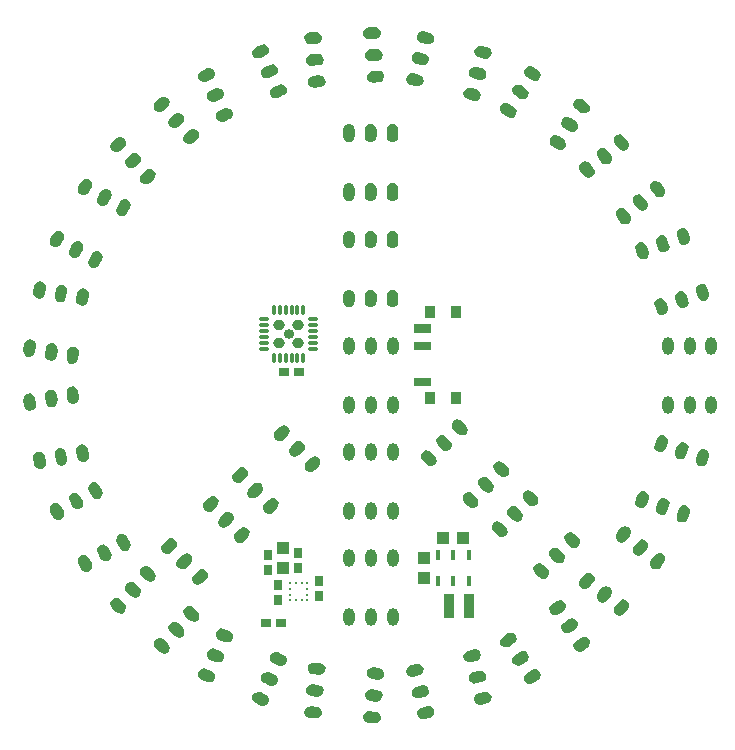
<source format=gtp>
G04 DipTrace 2.4.0.2*
%INpeace.gtp*%
%MOMM*%
%ADD20O,0.86X0.85*%
%ADD22O,0.973X0.96*%
%ADD24O,0.28X1.0*%
%ADD25O,1.0X0.28*%
%ADD29R,0.4X0.9*%
%ADD32O,1.0X1.5*%
%ADD33R,1.1X1.0*%
%ADD34R,1.0X1.1*%
%ADD35R,0.85X2.0*%
%ADD39R,0.9X0.7*%
%ADD40R,0.7X0.9*%
%ADD42R,0.25X0.275*%
%ADD43R,0.275X0.25*%
%FSLAX53Y53*%
G04*
G71*
G90*
G75*
G01*
%LNTopPaste*%
%LPD*%
D20*
X34203Y44566D3*
D22*
X33429Y43828D3*
X34993Y43818D3*
X33439Y45362D3*
X34996Y45371D3*
D24*
X32956Y42538D3*
X33456D3*
X33956D3*
X34456D3*
X34956D3*
X35456D3*
D25*
X36256Y43338D3*
Y43838D3*
Y44338D3*
Y44838D3*
Y45338D3*
Y45838D3*
D24*
X35456Y46638D3*
X34956D3*
X34456D3*
X33956D3*
X33456D3*
X32956D3*
D25*
X32156Y45838D3*
Y45338D3*
Y44838D3*
Y44338D3*
Y43838D3*
Y43338D3*
D29*
X49451Y25874D3*
X48151D3*
X46851D3*
Y23674D3*
X48151D3*
X49451D3*
D32*
X39309Y20623D3*
X41159D3*
X43009D3*
Y25623D3*
X41159D3*
X39309D3*
D33*
X48981Y27309D3*
X47281D3*
D34*
X45669Y23936D3*
Y25636D3*
D35*
X49505Y21616D3*
X47805D3*
D32*
X39309Y29623D3*
X41159D3*
X43009D3*
Y34623D3*
X41159D3*
X39309D3*
Y38623D3*
X41159D3*
X43009D3*
Y43623D3*
X41159D3*
X39309D3*
G36*
X39809Y47873D2*
X39760Y48090D1*
X39621Y48264D1*
X39421Y48360D1*
X39198D1*
X38998Y48264D1*
X38859Y48090D1*
X38809Y47873D1*
Y47373D1*
X38859Y47156D1*
X38998Y46982D1*
X39198Y46885D1*
X39421D1*
X39621Y46982D1*
X39760Y47156D1*
X39809Y47373D1*
Y47873D1*
G37*
G36*
X41659D2*
X41610Y48090D1*
X41471Y48264D1*
X41271Y48360D1*
X41048D1*
X40848Y48264D1*
X40709Y48090D1*
X40659Y47873D1*
Y47373D1*
X40709Y47156D1*
X40848Y46982D1*
X41048Y46885D1*
X41271D1*
X41471Y46982D1*
X41610Y47156D1*
X41659Y47373D1*
Y47873D1*
G37*
G36*
X43509D2*
X43460Y48090D1*
X43321Y48264D1*
X43121Y48360D1*
X42898D1*
X42698Y48264D1*
X42559Y48090D1*
X42509Y47873D1*
Y47373D1*
X42559Y47156D1*
X42698Y46982D1*
X42898Y46885D1*
X43121D1*
X43321Y46982D1*
X43460Y47156D1*
X43509Y47373D1*
Y47873D1*
G37*
G36*
Y52873D2*
X43460Y53090D1*
X43321Y53264D1*
X43121Y53360D1*
X42898D1*
X42698Y53264D1*
X42559Y53090D1*
X42509Y52873D1*
Y52373D1*
X42559Y52156D1*
X42698Y51982D1*
X42898Y51885D1*
X43121D1*
X43321Y51982D1*
X43460Y52156D1*
X43509Y52373D1*
Y52873D1*
G37*
G36*
X41659D2*
X41610Y53090D1*
X41471Y53264D1*
X41271Y53360D1*
X41048D1*
X40848Y53264D1*
X40709Y53090D1*
X40659Y52873D1*
Y52373D1*
X40709Y52156D1*
X40848Y51982D1*
X41048Y51885D1*
X41271D1*
X41471Y51982D1*
X41610Y52156D1*
X41659Y52373D1*
Y52873D1*
G37*
G36*
X39809D2*
X39760Y53090D1*
X39621Y53264D1*
X39421Y53360D1*
X39198D1*
X38998Y53264D1*
X38859Y53090D1*
X38809Y52873D1*
Y52373D1*
X38859Y52156D1*
X38998Y51982D1*
X39198Y51885D1*
X39421D1*
X39621Y51982D1*
X39760Y52156D1*
X39809Y52373D1*
Y52873D1*
G37*
G36*
Y56873D2*
X39760Y57090D1*
X39621Y57264D1*
X39421Y57360D1*
X39198D1*
X38998Y57264D1*
X38859Y57090D1*
X38809Y56873D1*
Y56373D1*
X38859Y56156D1*
X38998Y55982D1*
X39198Y55885D1*
X39421D1*
X39621Y55982D1*
X39760Y56156D1*
X39809Y56373D1*
Y56873D1*
G37*
G36*
X41659D2*
X41610Y57090D1*
X41471Y57264D1*
X41271Y57360D1*
X41048D1*
X40848Y57264D1*
X40709Y57090D1*
X40659Y56873D1*
Y56373D1*
X40709Y56156D1*
X40848Y55982D1*
X41048Y55885D1*
X41271D1*
X41471Y55982D1*
X41610Y56156D1*
X41659Y56373D1*
Y56873D1*
G37*
G36*
X43509D2*
X43460Y57090D1*
X43321Y57264D1*
X43121Y57360D1*
X42898D1*
X42698Y57264D1*
X42559Y57090D1*
X42509Y56873D1*
Y56373D1*
X42559Y56156D1*
X42698Y55982D1*
X42898Y55885D1*
X43121D1*
X43321Y55982D1*
X43460Y56156D1*
X43509Y56373D1*
Y56873D1*
G37*
G36*
Y61873D2*
X43460Y62090D1*
X43321Y62264D1*
X43121Y62360D1*
X42898D1*
X42698Y62264D1*
X42559Y62090D1*
X42509Y61873D1*
Y61373D1*
X42559Y61156D1*
X42698Y60982D1*
X42898Y60885D1*
X43121D1*
X43321Y60982D1*
X43460Y61156D1*
X43509Y61373D1*
Y61873D1*
G37*
G36*
X41659D2*
X41610Y62090D1*
X41471Y62264D1*
X41271Y62360D1*
X41048D1*
X40848Y62264D1*
X40709Y62090D1*
X40659Y61873D1*
Y61373D1*
X40709Y61156D1*
X40848Y60982D1*
X41048Y60885D1*
X41271D1*
X41471Y60982D1*
X41610Y61156D1*
X41659Y61373D1*
Y61873D1*
G37*
G36*
X39809D2*
X39760Y62090D1*
X39621Y62264D1*
X39421Y62360D1*
X39198D1*
X38998Y62264D1*
X38859Y62090D1*
X38809Y61873D1*
Y61373D1*
X38859Y61156D1*
X38998Y60982D1*
X39198Y60885D1*
X39421D1*
X39621Y60982D1*
X39760Y61156D1*
X39809Y61373D1*
Y61873D1*
G37*
G36*
X35705Y33759D2*
X35586Y33571D1*
X35562Y33350D1*
X35635Y33140D1*
X35792Y32982D1*
X36002Y32909D1*
X36224Y32934D1*
X36412Y33052D1*
X36766Y33406D1*
X36884Y33594D1*
X36909Y33815D1*
X36835Y34025D1*
X36678Y34183D1*
X36468Y34256D1*
X36247Y34231D1*
X36058Y34113D1*
X35705Y33759D1*
G37*
G36*
X34397Y35067D2*
X34278Y34879D1*
X34253Y34658D1*
X34327Y34448D1*
X34484Y34291D1*
X34694Y34217D1*
X34915Y34242D1*
X35104Y34360D1*
X35457Y34714D1*
X35576Y34902D1*
X35601Y35123D1*
X35527Y35334D1*
X35370Y35491D1*
X35160Y35564D1*
X34939Y35539D1*
X34750Y35421D1*
X34397Y35067D1*
G37*
G36*
X33089Y36376D2*
X32970Y36187D1*
X32945Y35966D1*
X33019Y35756D1*
X33176Y35599D1*
X33386Y35525D1*
X33607Y35550D1*
X33796Y35669D1*
X34149Y36022D1*
X34268Y36210D1*
X34293Y36432D1*
X34219Y36642D1*
X34062Y36799D1*
X33852Y36872D1*
X33631Y36848D1*
X33442Y36729D1*
X33089Y36376D1*
G37*
G36*
X29553Y32840D2*
X29435Y32652D1*
X29410Y32431D1*
X29483Y32221D1*
X29641Y32063D1*
X29851Y31990D1*
X30072Y32015D1*
X30260Y32133D1*
X30614Y32487D1*
X30732Y32675D1*
X30757Y32896D1*
X30684Y33106D1*
X30526Y33263D1*
X30316Y33337D1*
X30095Y33312D1*
X29907Y33194D1*
X29553Y32840D1*
G37*
G36*
X30861Y31532D2*
X30743Y31344D1*
X30718Y31122D1*
X30791Y30912D1*
X30949Y30755D1*
X31159Y30682D1*
X31380Y30706D1*
X31568Y30825D1*
X31922Y31178D1*
X32040Y31367D1*
X32065Y31588D1*
X31992Y31798D1*
X31834Y31955D1*
X31624Y32029D1*
X31403Y32004D1*
X31215Y31886D1*
X30861Y31532D1*
G37*
G36*
X32169Y30224D2*
X32051Y30035D1*
X32026Y29814D1*
X32100Y29604D1*
X32257Y29447D1*
X32467Y29373D1*
X32688Y29398D1*
X32876Y29517D1*
X33230Y29870D1*
X33348Y30059D1*
X33373Y30280D1*
X33300Y30490D1*
X33142Y30647D1*
X32932Y30721D1*
X32711Y30696D1*
X32523Y30577D1*
X32169Y30224D1*
G37*
G36*
X29705Y27759D2*
X29586Y27571D1*
X29562Y27350D1*
X29635Y27140D1*
X29792Y26982D1*
X30002Y26909D1*
X30224Y26934D1*
X30412Y27052D1*
X30766Y27406D1*
X30884Y27594D1*
X30909Y27815D1*
X30835Y28025D1*
X30678Y28183D1*
X30468Y28256D1*
X30247Y28231D1*
X30058Y28113D1*
X29705Y27759D1*
G37*
G36*
X28397Y29067D2*
X28278Y28879D1*
X28253Y28658D1*
X28327Y28448D1*
X28484Y28291D1*
X28694Y28217D1*
X28915Y28242D1*
X29104Y28360D1*
X29457Y28714D1*
X29576Y28902D1*
X29601Y29123D1*
X29527Y29334D1*
X29370Y29491D1*
X29160Y29564D1*
X28939Y29539D1*
X28750Y29421D1*
X28397Y29067D1*
G37*
G36*
X27089Y30376D2*
X26970Y30187D1*
X26945Y29966D1*
X27019Y29756D1*
X27176Y29599D1*
X27386Y29525D1*
X27607Y29550D1*
X27796Y29669D1*
X28149Y30022D1*
X28268Y30210D1*
X28293Y30432D1*
X28219Y30642D1*
X28062Y30799D1*
X27852Y30872D1*
X27631Y30848D1*
X27442Y30729D1*
X27089Y30376D1*
G37*
G36*
X23553Y26840D2*
X23435Y26652D1*
X23410Y26431D1*
X23483Y26221D1*
X23641Y26063D1*
X23851Y25990D1*
X24072Y26015D1*
X24260Y26133D1*
X24614Y26487D1*
X24732Y26675D1*
X24757Y26896D1*
X24684Y27106D1*
X24526Y27263D1*
X24316Y27337D1*
X24095Y27312D1*
X23907Y27194D1*
X23553Y26840D1*
G37*
G36*
X24861Y25532D2*
X24743Y25344D1*
X24718Y25122D1*
X24791Y24912D1*
X24949Y24755D1*
X25159Y24682D1*
X25380Y24706D1*
X25568Y24825D1*
X25922Y25178D1*
X26040Y25367D1*
X26065Y25588D1*
X25992Y25798D1*
X25834Y25955D1*
X25624Y26029D1*
X25403Y26004D1*
X25215Y25886D1*
X24861Y25532D1*
G37*
G36*
X26169Y24224D2*
X26051Y24035D1*
X26026Y23814D1*
X26100Y23604D1*
X26257Y23447D1*
X26467Y23373D1*
X26688Y23398D1*
X26876Y23517D1*
X27230Y23870D1*
X27348Y24059D1*
X27373Y24280D1*
X27300Y24490D1*
X27142Y24647D1*
X26932Y24721D1*
X26711Y24696D1*
X26523Y24577D1*
X26169Y24224D1*
G37*
G36*
X55436Y24014D2*
X55624Y23896D1*
X55845Y23871D1*
X56055Y23944D1*
X56213Y24102D1*
X56286Y24312D1*
X56261Y24533D1*
X56143Y24721D1*
X55789Y25075D1*
X55601Y25193D1*
X55380Y25218D1*
X55170Y25144D1*
X55013Y24987D1*
X54939Y24777D1*
X54964Y24556D1*
X55082Y24368D1*
X55436Y24014D1*
G37*
G36*
X56744Y25322D2*
X56932Y25204D1*
X57154Y25179D1*
X57364Y25252D1*
X57521Y25410D1*
X57594Y25620D1*
X57570Y25841D1*
X57451Y26029D1*
X57098Y26383D1*
X56909Y26501D1*
X56688Y26526D1*
X56478Y26453D1*
X56321Y26295D1*
X56247Y26085D1*
X56272Y25864D1*
X56390Y25676D1*
X56744Y25322D1*
G37*
G36*
X58052Y26630D2*
X58241Y26512D1*
X58462Y26487D1*
X58672Y26560D1*
X58829Y26718D1*
X58903Y26928D1*
X58878Y27149D1*
X58759Y27337D1*
X58406Y27691D1*
X58217Y27809D1*
X57996Y27834D1*
X57786Y27761D1*
X57629Y27603D1*
X57555Y27393D1*
X57580Y27172D1*
X57699Y26984D1*
X58052Y26630D1*
G37*
G36*
X54517Y30166D2*
X54705Y30047D1*
X54926Y30023D1*
X55136Y30096D1*
X55294Y30253D1*
X55367Y30463D1*
X55342Y30685D1*
X55224Y30873D1*
X54870Y31226D1*
X54682Y31345D1*
X54461Y31370D1*
X54251Y31296D1*
X54093Y31139D1*
X54020Y30929D1*
X54045Y30708D1*
X54163Y30519D1*
X54517Y30166D1*
G37*
G36*
X53209Y28858D2*
X53397Y28739D1*
X53618Y28714D1*
X53828Y28788D1*
X53985Y28945D1*
X54059Y29155D1*
X54034Y29376D1*
X53916Y29565D1*
X53562Y29918D1*
X53374Y30037D1*
X53153Y30062D1*
X52942Y29988D1*
X52785Y29831D1*
X52712Y29621D1*
X52737Y29400D1*
X52855Y29211D1*
X53209Y28858D1*
G37*
G36*
X51900Y27550D2*
X52089Y27431D1*
X52310Y27406D1*
X52520Y27480D1*
X52677Y27637D1*
X52751Y27847D1*
X52726Y28068D1*
X52607Y28257D1*
X52254Y28610D1*
X52066Y28729D1*
X51844Y28753D1*
X51634Y28680D1*
X51477Y28523D1*
X51404Y28313D1*
X51428Y28091D1*
X51547Y27903D1*
X51900Y27550D1*
G37*
G36*
X45790Y39671D2*
X46590D1*
Y38671D1*
X45790D1*
Y39671D1*
G37*
G36*
X47990D2*
X48790D1*
Y38671D1*
X47990D1*
Y39671D1*
G37*
G36*
Y46971D2*
X48790D1*
Y45971D1*
X47990D1*
Y46971D1*
G37*
G36*
X45790D2*
X46590D1*
Y45971D1*
X45790D1*
Y46971D1*
G37*
G36*
X44790Y45421D2*
X46290D1*
Y44721D1*
X44790D1*
Y45421D1*
G37*
G36*
Y43921D2*
X46290D1*
Y43221D1*
X44790D1*
Y43921D1*
G37*
G36*
Y40921D2*
X46290D1*
Y40221D1*
X44790D1*
Y40921D1*
G37*
D39*
X33812Y41399D3*
X35112D3*
X33606Y20172D3*
X32306D3*
D40*
X33290Y22084D3*
Y23384D3*
X36780Y22400D3*
Y23700D3*
X32454Y24622D3*
Y25922D3*
X34981Y24785D3*
Y26085D3*
D34*
X33724Y24777D3*
Y26477D3*
D42*
X34308Y22042D3*
X34808D3*
X35308D3*
X35808D3*
D43*
Y22542D3*
Y23042D3*
D42*
Y23542D3*
X35308D3*
X34808D3*
X34308D3*
D43*
Y23042D3*
Y22542D3*
G36*
X49436Y30014D2*
X49624Y29896D1*
X49845Y29871D1*
X50055Y29944D1*
X50213Y30102D1*
X50286Y30312D1*
X50261Y30533D1*
X50143Y30721D1*
X49789Y31075D1*
X49601Y31193D1*
X49380Y31218D1*
X49170Y31144D1*
X49013Y30987D1*
X48939Y30777D1*
X48964Y30556D1*
X49082Y30368D1*
X49436Y30014D1*
G37*
G36*
X50744Y31322D2*
X50932Y31204D1*
X51154Y31179D1*
X51364Y31252D1*
X51521Y31410D1*
X51594Y31620D1*
X51570Y31841D1*
X51451Y32029D1*
X51098Y32383D1*
X50909Y32501D1*
X50688Y32526D1*
X50478Y32453D1*
X50321Y32295D1*
X50247Y32085D1*
X50272Y31864D1*
X50390Y31676D1*
X50744Y31322D1*
G37*
G36*
X52052Y32630D2*
X52241Y32512D1*
X52462Y32487D1*
X52672Y32561D1*
X52829Y32718D1*
X52903Y32928D1*
X52878Y33149D1*
X52759Y33337D1*
X52406Y33691D1*
X52217Y33809D1*
X51996Y33834D1*
X51786Y33761D1*
X51629Y33603D1*
X51555Y33393D1*
X51580Y33172D1*
X51699Y32984D1*
X52052Y32630D1*
G37*
G36*
X48517Y36166D2*
X48705Y36047D1*
X48926Y36023D1*
X49136Y36096D1*
X49294Y36253D1*
X49367Y36463D1*
X49342Y36685D1*
X49224Y36873D1*
X48870Y37227D1*
X48682Y37345D1*
X48461Y37370D1*
X48251Y37296D1*
X48093Y37139D1*
X48020Y36929D1*
X48045Y36708D1*
X48163Y36519D1*
X48517Y36166D1*
G37*
G36*
X47209Y34858D2*
X47397Y34739D1*
X47618Y34714D1*
X47828Y34788D1*
X47985Y34945D1*
X48059Y35155D1*
X48034Y35376D1*
X47916Y35565D1*
X47562Y35918D1*
X47374Y36037D1*
X47153Y36062D1*
X46942Y35988D1*
X46785Y35831D1*
X46712Y35621D1*
X46737Y35400D1*
X46855Y35211D1*
X47209Y34858D1*
G37*
G36*
X45900Y33550D2*
X46089Y33431D1*
X46310Y33406D1*
X46520Y33480D1*
X46677Y33637D1*
X46751Y33847D1*
X46726Y34068D1*
X46607Y34257D1*
X46254Y34610D1*
X46066Y34729D1*
X45844Y34754D1*
X45634Y34680D1*
X45477Y34523D1*
X45404Y34313D1*
X45428Y34092D1*
X45547Y33903D1*
X45900Y33550D1*
G37*
D32*
X66309Y38623D3*
X68159D3*
X70009D3*
Y43623D3*
X68159D3*
X66309D3*
G36*
X65367Y46526D2*
X65484Y46337D1*
X65672Y46217D1*
X65893Y46191D1*
X66103Y46263D1*
X66261Y46420D1*
X66336Y46629D1*
X66312Y46851D1*
X66150Y47324D1*
X66033Y47513D1*
X65845Y47632D1*
X65624Y47658D1*
X65414Y47586D1*
X65255Y47430D1*
X65181Y47220D1*
X65204Y46999D1*
X65367Y46526D1*
G37*
G36*
X67116Y47127D2*
X67234Y46938D1*
X67421Y46818D1*
X67642Y46792D1*
X67853Y46864D1*
X68011Y47020D1*
X68086Y47230D1*
X68062Y47451D1*
X67900Y47924D1*
X67783Y48113D1*
X67595Y48233D1*
X67374Y48259D1*
X67163Y48187D1*
X67005Y48030D1*
X66930Y47821D1*
X66954Y47600D1*
X67116Y47127D1*
G37*
G36*
X68866Y47727D2*
X68983Y47538D1*
X69171Y47419D1*
X69392Y47392D1*
X69602Y47465D1*
X69761Y47621D1*
X69836Y47831D1*
X69812Y48052D1*
X69650Y48525D1*
X69532Y48714D1*
X69345Y48833D1*
X69124Y48860D1*
X68913Y48787D1*
X68755Y48631D1*
X68680Y48421D1*
X68704Y48200D1*
X68866Y47727D1*
G37*
G36*
X67243Y52456D2*
X67360Y52267D1*
X67548Y52148D1*
X67769Y52122D1*
X67979Y52194D1*
X68137Y52350D1*
X68212Y52560D1*
X68188Y52781D1*
X68026Y53254D1*
X67909Y53443D1*
X67721Y53563D1*
X67500Y53589D1*
X67290Y53517D1*
X67131Y53360D1*
X67057Y53151D1*
X67080Y52929D1*
X67243Y52456D1*
G37*
G36*
X65493Y51856D2*
X65610Y51667D1*
X65798Y51547D1*
X66019Y51521D1*
X66229Y51593D1*
X66388Y51750D1*
X66462Y51959D1*
X66439Y52180D1*
X66276Y52653D1*
X66159Y52842D1*
X65971Y52962D1*
X65750Y52988D1*
X65540Y52916D1*
X65382Y52759D1*
X65307Y52550D1*
X65331Y52329D1*
X65493Y51856D1*
G37*
G36*
X63743Y51255D2*
X63860Y51066D1*
X64048Y50946D1*
X64269Y50920D1*
X64479Y50992D1*
X64638Y51149D1*
X64713Y51358D1*
X64689Y51580D1*
X64527Y52053D1*
X64409Y52242D1*
X64222Y52361D1*
X64001Y52387D1*
X63790Y52315D1*
X63632Y52159D1*
X63557Y51949D1*
X63581Y51728D1*
X63743Y51255D1*
G37*
G36*
X62300Y54093D2*
X62472Y53953D1*
X62689Y53901D1*
X62906Y53948D1*
X63082Y54084D1*
X63181Y54284D1*
X63183Y54506D1*
X63089Y54708D1*
X62782Y55102D1*
X62610Y55243D1*
X62393Y55295D1*
X62176Y55248D1*
X62000Y55111D1*
X61901Y54912D1*
X61899Y54690D1*
X61993Y54488D1*
X62300Y54093D1*
G37*
G36*
X63760Y55230D2*
X63932Y55089D1*
X64149Y55037D1*
X64366Y55084D1*
X64542Y55220D1*
X64641Y55420D1*
X64643Y55642D1*
X64549Y55844D1*
X64242Y56239D1*
X64070Y56379D1*
X63853Y56431D1*
X63636Y56384D1*
X63460Y56248D1*
X63361Y56048D1*
X63359Y55826D1*
X63453Y55624D1*
X63760Y55230D1*
G37*
G36*
X65220Y56366D2*
X65392Y56225D1*
X65608Y56173D1*
X65826Y56220D1*
X66002Y56357D1*
X66100Y56556D1*
X66103Y56779D1*
X66009Y56980D1*
X65702Y57375D1*
X65529Y57516D1*
X65313Y57568D1*
X65096Y57521D1*
X64920Y57384D1*
X64821Y57185D1*
X64818Y56962D1*
X64913Y56761D1*
X65220Y56366D1*
G37*
G36*
X62149Y60312D2*
X62321Y60171D1*
X62537Y60119D1*
X62755Y60166D1*
X62930Y60302D1*
X63029Y60502D1*
X63032Y60724D1*
X62938Y60926D1*
X62631Y61321D1*
X62458Y61461D1*
X62242Y61513D1*
X62025Y61466D1*
X61849Y61330D1*
X61750Y61130D1*
X61747Y60908D1*
X61842Y60706D1*
X62149Y60312D1*
G37*
G36*
X60689Y59175D2*
X60861Y59035D1*
X61077Y58983D1*
X61295Y59030D1*
X61471Y59166D1*
X61569Y59366D1*
X61572Y59588D1*
X61478Y59790D1*
X61171Y60184D1*
X60998Y60325D1*
X60782Y60377D1*
X60565Y60330D1*
X60389Y60193D1*
X60290Y59994D1*
X60287Y59772D1*
X60382Y59570D1*
X60689Y59175D1*
G37*
G36*
X59229Y58039D2*
X59401Y57898D1*
X59618Y57846D1*
X59835Y57893D1*
X60011Y58030D1*
X60110Y58229D1*
X60112Y58452D1*
X60018Y58653D1*
X59711Y59048D1*
X59539Y59189D1*
X59322Y59241D1*
X59105Y59194D1*
X58929Y59057D1*
X58830Y58858D1*
X58828Y58635D1*
X58922Y58434D1*
X59229Y58039D1*
G37*
G36*
X56944Y60254D2*
X57153Y60177D1*
X57374Y60198D1*
X57565Y60313D1*
X57687Y60500D1*
X57715Y60720D1*
X57646Y60932D1*
X57491Y61092D1*
X57073Y61365D1*
X56864Y61442D1*
X56642Y61421D1*
X56452Y61306D1*
X56330Y61120D1*
X56301Y60899D1*
X56371Y60688D1*
X56526Y60528D1*
X56944Y60254D1*
G37*
G36*
X57956Y61803D2*
X58165Y61726D1*
X58386Y61747D1*
X58577Y61862D1*
X58698Y62048D1*
X58727Y62269D1*
X58658Y62480D1*
X58503Y62640D1*
X58084Y62914D1*
X57876Y62991D1*
X57654Y62970D1*
X57464Y62855D1*
X57342Y62669D1*
X57313Y62448D1*
X57383Y62237D1*
X57537Y62077D1*
X57956Y61803D1*
G37*
G36*
X58968Y63352D2*
X59177Y63275D1*
X59398Y63296D1*
X59589Y63411D1*
X59710Y63597D1*
X59739Y63818D1*
X59669Y64029D1*
X59515Y64189D1*
X59096Y64463D1*
X58888Y64540D1*
X58666Y64519D1*
X58476Y64404D1*
X58354Y64218D1*
X58325Y63997D1*
X58395Y63786D1*
X58549Y63626D1*
X58968Y63352D1*
G37*
G36*
X54782Y66087D2*
X54991Y66010D1*
X55212Y66031D1*
X55403Y66146D1*
X55524Y66332D1*
X55553Y66553D1*
X55484Y66764D1*
X55329Y66924D1*
X54910Y67197D1*
X54702Y67275D1*
X54480Y67254D1*
X54290Y67139D1*
X54168Y66952D1*
X54139Y66732D1*
X54209Y66520D1*
X54363Y66360D1*
X54782Y66087D1*
G37*
G36*
X53770Y64538D2*
X53979Y64461D1*
X54200Y64482D1*
X54391Y64597D1*
X54513Y64783D1*
X54541Y65004D1*
X54472Y65215D1*
X54317Y65375D1*
X53899Y65649D1*
X53690Y65726D1*
X53468Y65705D1*
X53278Y65590D1*
X53156Y65404D1*
X53127Y65183D1*
X53197Y64972D1*
X53352Y64811D1*
X53770Y64538D1*
G37*
G36*
X52758Y62989D2*
X52967Y62912D1*
X53189Y62933D1*
X53379Y63048D1*
X53501Y63234D1*
X53530Y63455D1*
X53460Y63666D1*
X53305Y63826D1*
X52887Y64100D1*
X52678Y64177D1*
X52457Y64156D1*
X52266Y64041D1*
X52144Y63855D1*
X52115Y63634D1*
X52185Y63423D1*
X52340Y63263D1*
X52758Y62989D1*
G37*
G36*
X49876Y64344D2*
X50099Y64338D1*
X50301Y64430D1*
X50444Y64601D1*
X50499Y64817D1*
X50454Y65035D1*
X50320Y65212D1*
X50122Y65313D1*
X49637Y65436D1*
X49415Y65441D1*
X49212Y65349D1*
X49069Y65179D1*
X49014Y64963D1*
X49059Y64745D1*
X49193Y64568D1*
X49392Y64466D1*
X49876Y64344D1*
G37*
G36*
X50330Y66137D2*
X50553Y66132D1*
X50756Y66224D1*
X50898Y66394D1*
X50953Y66610D1*
X50909Y66828D1*
X50774Y67005D1*
X50576Y67107D1*
X50091Y67229D1*
X49869Y67235D1*
X49666Y67143D1*
X49523Y66972D1*
X49469Y66756D1*
X49513Y66538D1*
X49648Y66361D1*
X49846Y66260D1*
X50330Y66137D1*
G37*
G36*
X50785Y67931D2*
X51007Y67925D1*
X51210Y68017D1*
X51353Y68188D1*
X51407Y68403D1*
X51363Y68621D1*
X51228Y68799D1*
X51030Y68900D1*
X50545Y69023D1*
X50323Y69028D1*
X50120Y68936D1*
X49977Y68765D1*
X49923Y68550D1*
X49967Y68332D1*
X50102Y68155D1*
X50300Y68053D1*
X50785Y67931D1*
G37*
G36*
X45938Y69158D2*
X46160Y69153D1*
X46363Y69245D1*
X46506Y69415D1*
X46560Y69631D1*
X46516Y69849D1*
X46381Y70026D1*
X46183Y70127D1*
X45698Y70250D1*
X45476Y70255D1*
X45273Y70164D1*
X45130Y69993D1*
X45076Y69777D1*
X45120Y69559D1*
X45255Y69382D1*
X45453Y69281D1*
X45938Y69158D1*
G37*
G36*
X45483Y67365D2*
X45706Y67359D1*
X45909Y67451D1*
X46051Y67622D1*
X46106Y67837D1*
X46062Y68056D1*
X45927Y68233D1*
X45729Y68334D1*
X45244Y68457D1*
X45022Y68462D1*
X44819Y68370D1*
X44676Y68200D1*
X44622Y67984D1*
X44666Y67766D1*
X44801Y67589D1*
X44999Y67487D1*
X45483Y67365D1*
G37*
G36*
X45029Y65571D2*
X45252Y65566D1*
X45454Y65658D1*
X45597Y65828D1*
X45652Y66044D1*
X45607Y66262D1*
X45473Y66439D1*
X45275Y66541D1*
X44790Y66663D1*
X44568Y66669D1*
X44365Y66577D1*
X44222Y66406D1*
X44167Y66190D1*
X44212Y65972D1*
X44346Y65795D1*
X44545Y65694D1*
X45029Y65571D1*
G37*
G36*
X41864Y65916D2*
X42076Y65983D1*
X42238Y66136D1*
X42318Y66344D1*
X42299Y66565D1*
X42187Y66757D1*
X42002Y66881D1*
X41781Y66913D1*
X41283Y66871D1*
X41071Y66804D1*
X40909Y66651D1*
X40829Y66444D1*
X40848Y66222D1*
X40961Y66030D1*
X41145Y65906D1*
X41366Y65875D1*
X41864Y65916D1*
G37*
G36*
X41711Y67760D2*
X41923Y67827D1*
X42085Y67980D1*
X42165Y68187D1*
X42147Y68409D1*
X42034Y68601D1*
X41849Y68725D1*
X41629Y68756D1*
X41130Y68715D1*
X40918Y68648D1*
X40756Y68495D1*
X40677Y68287D1*
X40695Y68066D1*
X40808Y67874D1*
X40993Y67750D1*
X41213Y67718D1*
X41711Y67760D1*
G37*
G36*
X41558Y69603D2*
X41771Y69671D1*
X41932Y69823D1*
X42012Y70031D1*
X41994Y70253D1*
X41881Y70445D1*
X41696Y70569D1*
X41476Y70600D1*
X40978Y70559D1*
X40765Y70491D1*
X40604Y70339D1*
X40524Y70131D1*
X40542Y69909D1*
X40655Y69717D1*
X40840Y69594D1*
X41060Y69562D1*
X41558Y69603D1*
G37*
G36*
X36576Y69191D2*
X36788Y69258D1*
X36950Y69410D1*
X37029Y69618D1*
X37011Y69840D1*
X36898Y70032D1*
X36713Y70156D1*
X36493Y70187D1*
X35995Y70146D1*
X35783Y70079D1*
X35621Y69926D1*
X35541Y69718D1*
X35559Y69496D1*
X35672Y69305D1*
X35857Y69181D1*
X36077Y69149D1*
X36576Y69191D1*
G37*
G36*
X36728Y67347D2*
X36940Y67414D1*
X37102Y67567D1*
X37182Y67775D1*
X37164Y67996D1*
X37051Y68188D1*
X36866Y68312D1*
X36646Y68343D1*
X36147Y68302D1*
X35935Y68235D1*
X35773Y68082D1*
X35694Y67874D1*
X35712Y67653D1*
X35825Y67461D1*
X36010Y67337D1*
X36230Y67306D1*
X36728Y67347D1*
G37*
G36*
X36881Y65503D2*
X37093Y65570D1*
X37255Y65723D1*
X37335Y65931D1*
X37316Y66153D1*
X37204Y66344D1*
X37019Y66468D1*
X36798Y66500D1*
X36300Y66458D1*
X36088Y66391D1*
X35926Y66239D1*
X35846Y66031D1*
X35865Y65809D1*
X35978Y65617D1*
X36162Y65493D1*
X36383Y65462D1*
X36881Y65503D1*
G37*
G36*
X33776Y64802D2*
X33954Y64934D1*
X34058Y65131D1*
X34066Y65353D1*
X33977Y65557D1*
X33808Y65702D1*
X33593Y65759D1*
X33374Y65717D1*
X32916Y65516D1*
X32737Y65384D1*
X32634Y65187D1*
X32626Y64965D1*
X32715Y64761D1*
X32884Y64616D1*
X33099Y64559D1*
X33318Y64601D1*
X33776Y64802D1*
G37*
G36*
X33033Y66496D2*
X33211Y66628D1*
X33315Y66825D1*
X33323Y67048D1*
X33233Y67251D1*
X33064Y67396D1*
X32849Y67453D1*
X32631Y67411D1*
X32173Y67211D1*
X31994Y67078D1*
X31891Y66881D1*
X31883Y66659D1*
X31972Y66455D1*
X32141Y66310D1*
X32356Y66253D1*
X32575Y66295D1*
X33033Y66496D1*
G37*
G36*
X32289Y68190D2*
X32468Y68322D1*
X32572Y68519D1*
X32580Y68742D1*
X32490Y68946D1*
X32321Y69090D1*
X32106Y69147D1*
X31888Y69106D1*
X31430Y68905D1*
X31251Y68772D1*
X31147Y68575D1*
X31140Y68353D1*
X31229Y68149D1*
X31398Y68004D1*
X31613Y67947D1*
X31832Y67989D1*
X32289Y68190D1*
G37*
G36*
X27711Y66181D2*
X27889Y66314D1*
X27993Y66511D1*
X28001Y66733D1*
X27911Y66937D1*
X27742Y67082D1*
X27527Y67139D1*
X27309Y67097D1*
X26851Y66896D1*
X26672Y66764D1*
X26569Y66567D1*
X26561Y66345D1*
X26650Y66141D1*
X26819Y65996D1*
X27034Y65939D1*
X27253Y65981D1*
X27711Y66181D1*
G37*
G36*
X28454Y64487D2*
X28632Y64620D1*
X28736Y64817D1*
X28744Y65039D1*
X28655Y65243D1*
X28486Y65388D1*
X28271Y65445D1*
X28052Y65403D1*
X27594Y65202D1*
X27415Y65070D1*
X27312Y64873D1*
X27304Y64650D1*
X27393Y64447D1*
X27562Y64302D1*
X27777Y64245D1*
X27996Y64286D1*
X28454Y64487D1*
G37*
G36*
X29197Y62793D2*
X29376Y62926D1*
X29479Y63123D1*
X29487Y63345D1*
X29398Y63549D1*
X29229Y63693D1*
X29014Y63751D1*
X28795Y63709D1*
X28337Y63508D1*
X28158Y63376D1*
X28055Y63179D1*
X28047Y62956D1*
X28136Y62752D1*
X28305Y62608D1*
X28520Y62550D1*
X28739Y62592D1*
X29197Y62793D1*
G37*
G36*
X26487Y61122D2*
X26613Y61305D1*
X26647Y61525D1*
X26583Y61738D1*
X26432Y61901D1*
X26225Y61984D1*
X26003Y61968D1*
X25810Y61857D1*
X25442Y61519D1*
X25316Y61335D1*
X25282Y61115D1*
X25347Y60902D1*
X25497Y60739D1*
X25704Y60657D1*
X25926Y60672D1*
X26119Y60783D1*
X26487Y61122D1*
G37*
G36*
X25234Y62483D2*
X25360Y62666D1*
X25394Y62886D1*
X25330Y63099D1*
X25179Y63263D1*
X24972Y63345D1*
X24750Y63329D1*
X24557Y63218D1*
X24189Y62880D1*
X24063Y62696D1*
X24029Y62476D1*
X24094Y62264D1*
X24244Y62100D1*
X24451Y62018D1*
X24673Y62033D1*
X24866Y62144D1*
X25234Y62483D1*
G37*
G36*
X23981Y63844D2*
X24107Y64027D1*
X24141Y64247D1*
X24077Y64460D1*
X23926Y64624D1*
X23719Y64706D1*
X23497Y64690D1*
X23304Y64579D1*
X22936Y64241D1*
X22810Y64057D1*
X22776Y63838D1*
X22841Y63625D1*
X22991Y63461D1*
X23198Y63379D1*
X23420Y63395D1*
X23613Y63505D1*
X23981Y63844D1*
G37*
G36*
X20303Y60457D2*
X20429Y60641D1*
X20463Y60861D1*
X20398Y61073D1*
X20247Y61237D1*
X20040Y61319D1*
X19818Y61304D1*
X19625Y61193D1*
X19257Y60854D1*
X19131Y60671D1*
X19097Y60451D1*
X19162Y60238D1*
X19313Y60074D1*
X19520Y59992D1*
X19742Y60008D1*
X19935Y60119D1*
X20303Y60457D1*
G37*
G36*
X21556Y59096D2*
X21682Y59280D1*
X21716Y59499D1*
X21651Y59712D1*
X21500Y59876D1*
X21293Y59958D1*
X21071Y59942D1*
X20878Y59832D1*
X20510Y59493D1*
X20384Y59310D1*
X20350Y59090D1*
X20415Y58877D1*
X20566Y58713D1*
X20773Y58631D1*
X20995Y58647D1*
X21188Y58758D1*
X21556Y59096D1*
G37*
G36*
X22809Y57735D2*
X22935Y57918D1*
X22969Y58138D1*
X22904Y58351D1*
X22753Y58515D1*
X22546Y58597D1*
X22324Y58581D1*
X22131Y58471D1*
X21763Y58132D1*
X21637Y57949D1*
X21603Y57729D1*
X21668Y57516D1*
X21819Y57352D1*
X22026Y57270D1*
X22248Y57286D1*
X22441Y57396D1*
X22809Y57735D1*
G37*
G36*
X19671Y55310D2*
X19612Y55096D1*
X19651Y54877D1*
X19781Y54697D1*
X19977Y54591D1*
X20199Y54580D1*
X20404Y54667D1*
X20551Y54834D1*
X20789Y55274D1*
X20849Y55488D1*
X20809Y55707D1*
X20679Y55888D1*
X20483Y55994D1*
X20261Y56004D1*
X20056Y55917D1*
X19909Y55750D1*
X19671Y55310D1*
G37*
G36*
X18044Y56191D2*
X17985Y55976D1*
X18024Y55757D1*
X18154Y55577D1*
X18350Y55471D1*
X18572Y55461D1*
X18777Y55548D1*
X18924Y55715D1*
X19162Y56155D1*
X19222Y56369D1*
X19182Y56588D1*
X19052Y56768D1*
X18856Y56874D1*
X18634Y56885D1*
X18429Y56798D1*
X18282Y56630D1*
X18044Y56191D1*
G37*
G36*
X16417Y57071D2*
X16358Y56857D1*
X16397Y56638D1*
X16527Y56458D1*
X16723Y56352D1*
X16945Y56341D1*
X17150Y56428D1*
X17297Y56595D1*
X17535Y57035D1*
X17595Y57249D1*
X17555Y57468D1*
X17425Y57649D1*
X17229Y57755D1*
X17007Y57765D1*
X16802Y57678D1*
X16655Y57511D1*
X16417Y57071D1*
G37*
G36*
X14038Y52674D2*
X13978Y52459D1*
X14017Y52240D1*
X14148Y52060D1*
X14343Y51954D1*
X14566Y51944D1*
X14770Y52031D1*
X14917Y52198D1*
X15155Y52638D1*
X15215Y52852D1*
X15176Y53071D1*
X15045Y53251D1*
X14850Y53357D1*
X14627Y53368D1*
X14422Y53281D1*
X14276Y53114D1*
X14038Y52674D1*
G37*
G36*
X15665Y51793D2*
X15605Y51579D1*
X15644Y51360D1*
X15775Y51180D1*
X15970Y51074D1*
X16193Y51063D1*
X16397Y51150D1*
X16544Y51317D1*
X16782Y51757D1*
X16842Y51972D1*
X16803Y52191D1*
X16672Y52371D1*
X16477Y52477D1*
X16254Y52487D1*
X16049Y52400D1*
X15903Y52233D1*
X15665Y51793D1*
G37*
G36*
X17292Y50913D2*
X17232Y50698D1*
X17271Y50479D1*
X17402Y50299D1*
X17597Y50193D1*
X17820Y50183D1*
X18024Y50270D1*
X18171Y50437D1*
X18409Y50877D1*
X18469Y51091D1*
X18430Y51310D1*
X18299Y51490D1*
X18104Y51596D1*
X17881Y51607D1*
X17677Y51520D1*
X17530Y51353D1*
X17292Y50913D1*
G37*
G36*
X16229Y47564D2*
X16242Y47342D1*
X16351Y47147D1*
X16532Y47019D1*
X16752Y46983D1*
X16966Y47045D1*
X17131Y47194D1*
X17216Y47399D1*
X17298Y47893D1*
X17285Y48115D1*
X17177Y48309D1*
X16995Y48437D1*
X16775Y48474D1*
X16562Y48412D1*
X16396Y48263D1*
X16312Y48057D1*
X16229Y47564D1*
G37*
G36*
X14404Y47869D2*
X14418Y47646D1*
X14526Y47452D1*
X14708Y47324D1*
X14927Y47287D1*
X15141Y47349D1*
X15306Y47498D1*
X15391Y47704D1*
X15473Y48197D1*
X15460Y48419D1*
X15352Y48614D1*
X15170Y48742D1*
X14950Y48779D1*
X14737Y48716D1*
X14571Y48568D1*
X14487Y48362D1*
X14404Y47869D1*
G37*
G36*
X12580Y48173D2*
X12593Y47951D1*
X12701Y47756D1*
X12883Y47628D1*
X13102Y47592D1*
X13316Y47654D1*
X13482Y47803D1*
X13566Y48008D1*
X13648Y48502D1*
X13635Y48724D1*
X13527Y48918D1*
X13345Y49046D1*
X13126Y49083D1*
X12912Y49021D1*
X12747Y48872D1*
X12662Y48666D1*
X12580Y48173D1*
G37*
G36*
X11757Y43241D2*
X11770Y43019D1*
X11878Y42825D1*
X12060Y42696D1*
X12279Y42660D1*
X12493Y42722D1*
X12659Y42871D1*
X12743Y43077D1*
X12825Y43570D1*
X12812Y43792D1*
X12704Y43986D1*
X12522Y44115D1*
X12303Y44151D1*
X12089Y44089D1*
X11924Y43940D1*
X11839Y43734D1*
X11757Y43241D1*
G37*
G36*
X13581Y42937D2*
X13595Y42715D1*
X13703Y42520D1*
X13885Y42392D1*
X14104Y42355D1*
X14318Y42418D1*
X14483Y42566D1*
X14568Y42772D1*
X14650Y43265D1*
X14637Y43487D1*
X14529Y43682D1*
X14347Y43810D1*
X14127Y43847D1*
X13914Y43785D1*
X13748Y43636D1*
X13664Y43430D1*
X13581Y42937D1*
G37*
G36*
X15406Y42632D2*
X15419Y42410D1*
X15528Y42216D1*
X15709Y42087D1*
X15929Y42051D1*
X16143Y42113D1*
X16308Y42262D1*
X16393Y42468D1*
X16475Y42961D1*
X16462Y43183D1*
X16354Y43377D1*
X16172Y43506D1*
X15952Y43542D1*
X15739Y43480D1*
X15573Y43331D1*
X15489Y43125D1*
X15406Y42632D1*
G37*
G36*
X15489Y39120D2*
X15573Y38915D1*
X15739Y38766D1*
X15952Y38704D1*
X16172Y38740D1*
X16354Y38868D1*
X16462Y39063D1*
X16475Y39285D1*
X16393Y39778D1*
X16308Y39984D1*
X16143Y40133D1*
X15929Y40195D1*
X15709Y40158D1*
X15528Y40030D1*
X15419Y39836D1*
X15406Y39614D1*
X15489Y39120D1*
G37*
G36*
X13664Y38816D2*
X13748Y38610D1*
X13914Y38461D1*
X14127Y38399D1*
X14347Y38436D1*
X14529Y38564D1*
X14637Y38758D1*
X14650Y38981D1*
X14568Y39474D1*
X14483Y39680D1*
X14318Y39828D1*
X14104Y39891D1*
X13885Y39854D1*
X13703Y39726D1*
X13595Y39531D1*
X13581Y39309D1*
X13664Y38816D1*
G37*
G36*
X11839Y38511D2*
X11924Y38306D1*
X12089Y38157D1*
X12303Y38095D1*
X12522Y38131D1*
X12704Y38259D1*
X12812Y38454D1*
X12825Y38676D1*
X12743Y39169D1*
X12659Y39375D1*
X12493Y39524D1*
X12279Y39586D1*
X12060Y39549D1*
X11878Y39421D1*
X11770Y39227D1*
X11757Y39005D1*
X11839Y38511D1*
G37*
G36*
X12662Y33580D2*
X12747Y33374D1*
X12912Y33225D1*
X13126Y33163D1*
X13345Y33199D1*
X13527Y33328D1*
X13635Y33522D1*
X13648Y33744D1*
X13566Y34237D1*
X13482Y34443D1*
X13316Y34592D1*
X13102Y34654D1*
X12883Y34618D1*
X12701Y34489D1*
X12593Y34295D1*
X12580Y34073D1*
X12662Y33580D1*
G37*
G36*
X14487Y33884D2*
X14571Y33678D1*
X14737Y33530D1*
X14950Y33467D1*
X15170Y33504D1*
X15352Y33632D1*
X15460Y33827D1*
X15473Y34049D1*
X15391Y34542D1*
X15306Y34748D1*
X15141Y34897D1*
X14927Y34959D1*
X14708Y34922D1*
X14526Y34794D1*
X14418Y34599D1*
X14404Y34377D1*
X14487Y33884D1*
G37*
G36*
X16312Y34189D2*
X16396Y33983D1*
X16562Y33834D1*
X16775Y33772D1*
X16995Y33808D1*
X17177Y33937D1*
X17285Y34131D1*
X17298Y34353D1*
X17216Y34846D1*
X17131Y35052D1*
X16966Y35201D1*
X16752Y35263D1*
X16532Y35227D1*
X16351Y35098D1*
X16242Y34904D1*
X16229Y34682D1*
X16312Y34189D1*
G37*
G36*
X17530Y30893D2*
X17676Y30726D1*
X17881Y30639D1*
X18104Y30650D1*
X18299Y30755D1*
X18430Y30936D1*
X18469Y31155D1*
X18409Y31369D1*
X18171Y31809D1*
X18024Y31976D1*
X17820Y32063D1*
X17597Y32053D1*
X17402Y31947D1*
X17271Y31766D1*
X17232Y31547D1*
X17292Y31333D1*
X17530Y30893D1*
G37*
G36*
X15903Y30013D2*
X16049Y29846D1*
X16254Y29759D1*
X16477Y29769D1*
X16672Y29875D1*
X16803Y30055D1*
X16842Y30274D1*
X16782Y30489D1*
X16544Y30928D1*
X16397Y31096D1*
X16193Y31183D1*
X15970Y31172D1*
X15775Y31066D1*
X15644Y30886D1*
X15605Y30667D1*
X15665Y30453D1*
X15903Y30013D1*
G37*
G36*
X14276Y29132D2*
X14422Y28965D1*
X14627Y28878D1*
X14850Y28889D1*
X15045Y28994D1*
X15176Y29175D1*
X15215Y29394D1*
X15155Y29608D1*
X14917Y30048D1*
X14770Y30215D1*
X14566Y30302D1*
X14343Y30292D1*
X14148Y30186D1*
X14017Y30005D1*
X13978Y29786D1*
X14038Y29572D1*
X14276Y29132D1*
G37*
G36*
X16655Y24735D2*
X16802Y24568D1*
X17007Y24481D1*
X17229Y24491D1*
X17425Y24597D1*
X17555Y24777D1*
X17595Y24996D1*
X17535Y25211D1*
X17297Y25651D1*
X17150Y25818D1*
X16945Y25905D1*
X16723Y25894D1*
X16527Y25788D1*
X16397Y25608D1*
X16358Y25389D1*
X16417Y25175D1*
X16655Y24735D1*
G37*
G36*
X18282Y25615D2*
X18429Y25448D1*
X18634Y25361D1*
X18856Y25372D1*
X19052Y25478D1*
X19182Y25658D1*
X19222Y25877D1*
X19162Y26091D1*
X18924Y26531D1*
X18777Y26698D1*
X18572Y26785D1*
X18350Y26775D1*
X18154Y26669D1*
X18024Y26489D1*
X17985Y26270D1*
X18044Y26055D1*
X18282Y25615D1*
G37*
G36*
X19909Y26496D2*
X20056Y26329D1*
X20261Y26242D1*
X20483Y26252D1*
X20679Y26358D1*
X20809Y26538D1*
X20849Y26757D1*
X20789Y26972D1*
X20551Y27412D1*
X20404Y27579D1*
X20199Y27666D1*
X19977Y27655D1*
X19781Y27549D1*
X19651Y27369D1*
X19612Y27150D1*
X19671Y26936D1*
X19909Y26496D1*
G37*
G36*
X22131Y23775D2*
X22324Y23665D1*
X22546Y23649D1*
X22753Y23731D1*
X22904Y23895D1*
X22969Y24108D1*
X22935Y24327D1*
X22809Y24511D1*
X22441Y24849D1*
X22248Y24960D1*
X22026Y24976D1*
X21819Y24894D1*
X21668Y24730D1*
X21603Y24517D1*
X21637Y24297D1*
X21763Y24114D1*
X22131Y23775D1*
G37*
G36*
X20878Y22414D2*
X21071Y22303D1*
X21293Y22288D1*
X21500Y22370D1*
X21651Y22534D1*
X21716Y22746D1*
X21682Y22966D1*
X21556Y23150D1*
X21188Y23488D1*
X20995Y23599D1*
X20773Y23615D1*
X20566Y23532D1*
X20415Y23369D1*
X20350Y23156D1*
X20384Y22936D1*
X20510Y22753D1*
X20878Y22414D1*
G37*
G36*
X19625Y21053D2*
X19818Y20942D1*
X20040Y20927D1*
X20247Y21009D1*
X20398Y21172D1*
X20463Y21385D1*
X20429Y21605D1*
X20303Y21789D1*
X19935Y22127D1*
X19742Y22238D1*
X19520Y22254D1*
X19313Y22171D1*
X19162Y22008D1*
X19097Y21795D1*
X19131Y21575D1*
X19257Y21392D1*
X19625Y21053D1*
G37*
G36*
X23304Y17666D2*
X23497Y17556D1*
X23719Y17540D1*
X23926Y17622D1*
X24077Y17786D1*
X24141Y17999D1*
X24107Y18219D1*
X23981Y18402D1*
X23613Y18741D1*
X23420Y18851D1*
X23198Y18867D1*
X22991Y18785D1*
X22841Y18621D1*
X22776Y18408D1*
X22810Y18188D1*
X22936Y18005D1*
X23304Y17666D1*
G37*
G36*
X24557Y19028D2*
X24750Y18917D1*
X24972Y18901D1*
X25179Y18983D1*
X25330Y19147D1*
X25394Y19360D1*
X25360Y19580D1*
X25234Y19763D1*
X24866Y20102D1*
X24673Y20212D1*
X24451Y20228D1*
X24244Y20146D1*
X24094Y19982D1*
X24029Y19769D1*
X24063Y19550D1*
X24189Y19366D1*
X24557Y19028D1*
G37*
G36*
X25810Y20389D2*
X26003Y20278D1*
X26225Y20262D1*
X26432Y20344D1*
X26583Y20508D1*
X26647Y20721D1*
X26613Y20941D1*
X26487Y21124D1*
X26119Y21463D1*
X25926Y21574D1*
X25704Y21589D1*
X25497Y21507D1*
X25347Y21343D1*
X25282Y21131D1*
X25316Y20911D1*
X25442Y20727D1*
X25810Y20389D1*
G37*
G36*
X28796Y18537D2*
X29014Y18496D1*
X29229Y18553D1*
X29398Y18698D1*
X29488Y18901D1*
X29480Y19124D1*
X29376Y19321D1*
X29198Y19453D1*
X28740Y19654D1*
X28521Y19696D1*
X28306Y19639D1*
X28137Y19494D1*
X28048Y19290D1*
X28056Y19068D1*
X28159Y18871D1*
X28338Y18738D1*
X28796Y18537D1*
G37*
G36*
X28052Y16844D2*
X28271Y16802D1*
X28486Y16859D1*
X28655Y17004D1*
X28744Y17207D1*
X28736Y17430D1*
X28633Y17627D1*
X28454Y17759D1*
X27996Y17960D1*
X27778Y18002D1*
X27563Y17945D1*
X27394Y17800D1*
X27304Y17596D1*
X27312Y17374D1*
X27416Y17177D1*
X27594Y17045D1*
X28052Y16844D1*
G37*
G36*
X27308Y15150D2*
X27527Y15108D1*
X27742Y15165D1*
X27911Y15310D1*
X28001Y15513D1*
X27993Y15736D1*
X27889Y15933D1*
X27710Y16065D1*
X27253Y16266D1*
X27034Y16308D1*
X26819Y16251D1*
X26650Y16106D1*
X26561Y15902D1*
X26568Y15680D1*
X26672Y15483D1*
X26851Y15351D1*
X27308Y15150D1*
G37*
G36*
X31887Y13140D2*
X32105Y13098D1*
X32320Y13155D1*
X32489Y13300D1*
X32579Y13504D1*
X32571Y13726D1*
X32468Y13923D1*
X32289Y14055D1*
X31831Y14256D1*
X31612Y14298D1*
X31397Y14241D1*
X31228Y14096D1*
X31139Y13893D1*
X31147Y13670D1*
X31250Y13473D1*
X31429Y13341D1*
X31887Y13140D1*
G37*
G36*
X32630Y14834D2*
X32849Y14792D1*
X33064Y14849D1*
X33233Y14994D1*
X33322Y15198D1*
X33315Y15420D1*
X33211Y15617D1*
X33032Y15749D1*
X32575Y15950D1*
X32356Y15992D1*
X32141Y15935D1*
X31972Y15790D1*
X31882Y15587D1*
X31890Y15364D1*
X31994Y15167D1*
X32173Y15035D1*
X32630Y14834D1*
G37*
G36*
X33374Y16528D2*
X33593Y16486D1*
X33808Y16543D1*
X33977Y16688D1*
X34066Y16892D1*
X34058Y17114D1*
X33955Y17311D1*
X33776Y17443D1*
X33318Y17644D1*
X33100Y17686D1*
X32885Y17629D1*
X32716Y17484D1*
X32626Y17281D1*
X32634Y17058D1*
X32737Y16861D1*
X32916Y16729D1*
X33374Y16528D1*
G37*
G36*
X36799Y15746D2*
X37019Y15778D1*
X37204Y15902D1*
X37316Y16093D1*
X37335Y16315D1*
X37255Y16523D1*
X37093Y16676D1*
X36881Y16743D1*
X36383Y16784D1*
X36163Y16753D1*
X35978Y16629D1*
X35865Y16437D1*
X35847Y16215D1*
X35926Y16007D1*
X36088Y15855D1*
X36300Y15788D1*
X36799Y15746D1*
G37*
G36*
X36646Y13903D2*
X36866Y13934D1*
X37051Y14058D1*
X37164Y14250D1*
X37182Y14471D1*
X37102Y14679D1*
X36940Y14832D1*
X36728Y14899D1*
X36230Y14940D1*
X36010Y14909D1*
X35825Y14785D1*
X35712Y14593D1*
X35694Y14372D1*
X35773Y14164D1*
X35935Y14011D1*
X36147Y13944D1*
X36646Y13903D1*
G37*
G36*
X36493Y12059D2*
X36713Y12090D1*
X36898Y12214D1*
X37011Y12406D1*
X37029Y12628D1*
X36949Y12836D1*
X36788Y12988D1*
X36575Y13055D1*
X36077Y13097D1*
X35857Y13065D1*
X35672Y12941D1*
X35559Y12750D1*
X35541Y12528D1*
X35620Y12320D1*
X35782Y12167D1*
X35995Y12100D1*
X36493Y12059D1*
G37*
G36*
X41476Y11646D2*
X41696Y11677D1*
X41881Y11801D1*
X41994Y11993D1*
X42012Y12215D1*
X41932Y12422D1*
X41770Y12575D1*
X41558Y12642D1*
X41060Y12684D1*
X40840Y12652D1*
X40655Y12528D1*
X40542Y12337D1*
X40524Y12115D1*
X40603Y11907D1*
X40765Y11754D1*
X40977Y11687D1*
X41476Y11646D1*
G37*
G36*
X41629Y13489D2*
X41849Y13521D1*
X42034Y13645D1*
X42146Y13837D1*
X42165Y14058D1*
X42085Y14266D1*
X41923Y14419D1*
X41711Y14486D1*
X41213Y14527D1*
X40993Y14496D1*
X40808Y14372D1*
X40695Y14180D1*
X40677Y13958D1*
X40756Y13751D1*
X40918Y13598D1*
X41130Y13531D1*
X41629Y13489D1*
G37*
G36*
X41781Y15333D2*
X42002Y15364D1*
X42187Y15488D1*
X42299Y15680D1*
X42318Y15902D1*
X42238Y16110D1*
X42076Y16262D1*
X41864Y16330D1*
X41366Y16371D1*
X41146Y16340D1*
X40961Y16216D1*
X40848Y16024D1*
X40830Y15802D1*
X40909Y15594D1*
X41071Y15442D1*
X41283Y15374D1*
X41781Y15333D1*
G37*
G36*
X45275Y15706D2*
X45473Y15807D1*
X45608Y15984D1*
X45652Y16202D1*
X45598Y16418D1*
X45455Y16589D1*
X45252Y16680D1*
X45030Y16675D1*
X44545Y16553D1*
X44347Y16451D1*
X44212Y16274D1*
X44168Y16056D1*
X44222Y15840D1*
X44365Y15670D1*
X44568Y15578D1*
X44790Y15583D1*
X45275Y15706D1*
G37*
G36*
X45729Y13912D2*
X45927Y14014D1*
X46062Y14191D1*
X46106Y14409D1*
X46051Y14624D1*
X45909Y14795D1*
X45706Y14887D1*
X45483Y14882D1*
X44999Y14759D1*
X44801Y14658D1*
X44666Y14481D1*
X44621Y14263D1*
X44676Y14047D1*
X44819Y13876D1*
X45022Y13784D1*
X45244Y13790D1*
X45729Y13912D1*
G37*
G36*
X46183Y12119D2*
X46381Y12220D1*
X46515Y12397D1*
X46560Y12615D1*
X46505Y12831D1*
X46362Y13002D1*
X46160Y13093D1*
X45937Y13088D1*
X45453Y12966D1*
X45254Y12864D1*
X45120Y12687D1*
X45075Y12469D1*
X45130Y12253D1*
X45273Y12083D1*
X45475Y11991D1*
X45698Y11996D1*
X46183Y12119D1*
G37*
G36*
X51030Y13345D2*
X51228Y13447D1*
X51363Y13624D1*
X51407Y13842D1*
X51352Y14058D1*
X51210Y14228D1*
X51007Y14320D1*
X50784Y14315D1*
X50300Y14192D1*
X50102Y14091D1*
X49967Y13914D1*
X49923Y13696D1*
X49977Y13480D1*
X50120Y13309D1*
X50323Y13217D1*
X50545Y13223D1*
X51030Y13345D1*
G37*
G36*
X50576Y15139D2*
X50774Y15240D1*
X50909Y15417D1*
X50953Y15635D1*
X50899Y15851D1*
X50756Y16022D1*
X50553Y16113D1*
X50331Y16108D1*
X49846Y15986D1*
X49648Y15884D1*
X49513Y15707D1*
X49469Y15489D1*
X49523Y15273D1*
X49666Y15103D1*
X49869Y15011D1*
X50091Y15016D1*
X50576Y15139D1*
G37*
G36*
X50122Y16932D2*
X50320Y17034D1*
X50455Y17211D1*
X50499Y17429D1*
X50445Y17644D1*
X50302Y17815D1*
X50099Y17907D1*
X49877Y17902D1*
X49392Y17779D1*
X49194Y17678D1*
X49059Y17501D1*
X49015Y17283D1*
X49069Y17067D1*
X49212Y16896D1*
X49415Y16804D1*
X49637Y16810D1*
X50122Y16932D1*
G37*
G36*
X53305Y18418D2*
X53460Y18578D1*
X53529Y18789D1*
X53500Y19010D1*
X53379Y19196D1*
X53188Y19311D1*
X52966Y19332D1*
X52758Y19254D1*
X52339Y18981D1*
X52185Y18820D1*
X52115Y18609D1*
X52144Y18388D1*
X52266Y18202D1*
X52457Y18087D1*
X52678Y18066D1*
X52887Y18144D1*
X53305Y18418D1*
G37*
G36*
X54318Y16870D2*
X54473Y17030D1*
X54542Y17241D1*
X54513Y17462D1*
X54392Y17648D1*
X54201Y17763D1*
X53979Y17784D1*
X53771Y17706D1*
X53352Y17433D1*
X53198Y17272D1*
X53128Y17061D1*
X53157Y16840D1*
X53279Y16654D1*
X53470Y16539D1*
X53691Y16518D1*
X53900Y16596D1*
X54318Y16870D1*
G37*
G36*
X55331Y15322D2*
X55486Y15482D1*
X55555Y15693D1*
X55526Y15914D1*
X55405Y16100D1*
X55214Y16215D1*
X54992Y16236D1*
X54784Y16158D1*
X54365Y15885D1*
X54211Y15724D1*
X54141Y15513D1*
X54170Y15292D1*
X54292Y15106D1*
X54483Y14991D1*
X54704Y14970D1*
X54913Y15048D1*
X55331Y15322D1*
G37*
G36*
X59515Y18059D2*
X59670Y18220D1*
X59739Y18431D1*
X59710Y18652D1*
X59588Y18838D1*
X59398Y18953D1*
X59176Y18973D1*
X58968Y18896D1*
X58549Y18622D1*
X58395Y18462D1*
X58325Y18251D1*
X58354Y18030D1*
X58476Y17844D1*
X58667Y17729D1*
X58888Y17708D1*
X59097Y17786D1*
X59515Y18059D1*
G37*
G36*
X58502Y19607D2*
X58657Y19768D1*
X58726Y19979D1*
X58697Y20200D1*
X58575Y20386D1*
X58385Y20501D1*
X58163Y20521D1*
X57955Y20444D1*
X57536Y20170D1*
X57382Y20010D1*
X57312Y19799D1*
X57341Y19578D1*
X57463Y19392D1*
X57654Y19277D1*
X57875Y19256D1*
X58084Y19334D1*
X58502Y19607D1*
G37*
G36*
X57489Y21155D2*
X57644Y21316D1*
X57713Y21527D1*
X57684Y21748D1*
X57562Y21934D1*
X57372Y22049D1*
X57150Y22070D1*
X56942Y21992D1*
X56523Y21718D1*
X56369Y21558D1*
X56299Y21347D1*
X56328Y21126D1*
X56450Y20940D1*
X56641Y20825D1*
X56862Y20804D1*
X57071Y20882D1*
X57489Y21155D1*
G37*
G36*
X58923Y23813D2*
X58828Y23611D1*
X58831Y23388D1*
X58930Y23189D1*
X59106Y23052D1*
X59323Y23005D1*
X59539Y23058D1*
X59712Y23198D1*
X60019Y23593D1*
X60113Y23794D1*
X60110Y24017D1*
X60012Y24216D1*
X59836Y24353D1*
X59618Y24400D1*
X59402Y24348D1*
X59230Y24207D1*
X58923Y23813D1*
G37*
G36*
X60382Y22676D2*
X60288Y22475D1*
X60291Y22252D1*
X60390Y22053D1*
X60565Y21916D1*
X60783Y21869D1*
X60999Y21921D1*
X61172Y22062D1*
X61479Y22456D1*
X61573Y22658D1*
X61570Y22880D1*
X61471Y23080D1*
X61296Y23217D1*
X61078Y23263D1*
X60862Y23211D1*
X60690Y23071D1*
X60382Y22676D1*
G37*
G36*
X61842Y21540D2*
X61748Y21338D1*
X61751Y21116D1*
X61850Y20916D1*
X62025Y20780D1*
X62243Y20733D1*
X62459Y20785D1*
X62631Y20925D1*
X62939Y21320D1*
X63033Y21522D1*
X63030Y21744D1*
X62931Y21943D1*
X62756Y22080D1*
X62538Y22127D1*
X62322Y22075D1*
X62149Y21934D1*
X61842Y21540D1*
G37*
G36*
X64914Y25485D2*
X64820Y25283D1*
X64822Y25061D1*
X64921Y24862D1*
X65097Y24725D1*
X65314Y24678D1*
X65530Y24730D1*
X65703Y24871D1*
X66010Y25265D1*
X66104Y25467D1*
X66102Y25689D1*
X66003Y25889D1*
X65827Y26025D1*
X65610Y26072D1*
X65393Y26020D1*
X65221Y25880D1*
X64914Y25485D1*
G37*
G36*
X63454Y26622D2*
X63360Y26420D1*
X63362Y26197D1*
X63461Y25998D1*
X63637Y25861D1*
X63854Y25814D1*
X64071Y25866D1*
X64243Y26007D1*
X64550Y26402D1*
X64644Y26603D1*
X64642Y26826D1*
X64543Y27025D1*
X64367Y27162D1*
X64150Y27209D1*
X63933Y27157D1*
X63761Y27016D1*
X63454Y26622D1*
G37*
G36*
X61994Y27758D2*
X61900Y27556D1*
X61903Y27334D1*
X62001Y27135D1*
X62177Y26998D1*
X62395Y26951D1*
X62611Y27003D1*
X62783Y27144D1*
X63090Y27538D1*
X63185Y27740D1*
X63182Y27962D1*
X63083Y28162D1*
X62907Y28298D1*
X62690Y28345D1*
X62474Y28293D1*
X62301Y28152D1*
X61994Y27758D1*
G37*
G36*
X63582Y30515D2*
X63559Y30294D1*
X63634Y30085D1*
X63792Y29928D1*
X64003Y29856D1*
X64224Y29883D1*
X64411Y30002D1*
X64528Y30192D1*
X64690Y30665D1*
X64714Y30886D1*
X64639Y31095D1*
X64480Y31252D1*
X64270Y31324D1*
X64049Y31297D1*
X63861Y31178D1*
X63744Y30988D1*
X63582Y30515D1*
G37*
G36*
X65333Y29916D2*
X65309Y29695D1*
X65384Y29485D1*
X65542Y29329D1*
X65753Y29257D1*
X65974Y29283D1*
X66161Y29403D1*
X66279Y29592D1*
X66441Y30065D1*
X66464Y30287D1*
X66389Y30496D1*
X66231Y30652D1*
X66020Y30724D1*
X65799Y30698D1*
X65612Y30578D1*
X65494Y30389D1*
X65333Y29916D1*
G37*
G36*
X67083Y29317D2*
X67059Y29096D1*
X67134Y28886D1*
X67293Y28730D1*
X67503Y28658D1*
X67724Y28684D1*
X67912Y28804D1*
X68029Y28993D1*
X68191Y29466D1*
X68214Y29687D1*
X68139Y29897D1*
X67981Y30053D1*
X67770Y30125D1*
X67549Y30099D1*
X67362Y29979D1*
X67245Y29790D1*
X67083Y29317D1*
G37*
G36*
X68702Y34047D2*
X68679Y33826D1*
X68754Y33617D1*
X68912Y33460D1*
X69123Y33388D1*
X69344Y33415D1*
X69531Y33534D1*
X69648Y33723D1*
X69810Y34196D1*
X69834Y34418D1*
X69759Y34627D1*
X69601Y34784D1*
X69390Y34856D1*
X69169Y34829D1*
X68981Y34710D1*
X68864Y34520D1*
X68702Y34047D1*
G37*
G36*
X66952Y34647D2*
X66929Y34425D1*
X67004Y34216D1*
X67162Y34059D1*
X67373Y33987D1*
X67593Y34014D1*
X67781Y34133D1*
X67898Y34323D1*
X68060Y34796D1*
X68084Y35017D1*
X68009Y35227D1*
X67850Y35383D1*
X67640Y35455D1*
X67419Y35428D1*
X67231Y35309D1*
X67114Y35120D1*
X66952Y34647D1*
G37*
G36*
X65202Y35246D2*
X65178Y35025D1*
X65253Y34815D1*
X65412Y34659D1*
X65622Y34587D1*
X65843Y34613D1*
X66031Y34733D1*
X66148Y34922D1*
X66310Y35395D1*
X66333Y35616D1*
X66258Y35826D1*
X66100Y35982D1*
X65889Y36054D1*
X65669Y36028D1*
X65481Y35908D1*
X65364Y35719D1*
X65202Y35246D1*
G37*
M02*

</source>
